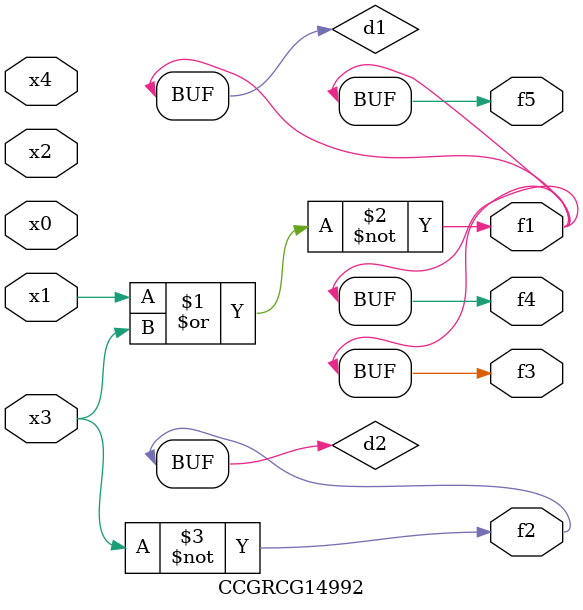
<source format=v>
module CCGRCG14992(
	input x0, x1, x2, x3, x4,
	output f1, f2, f3, f4, f5
);

	wire d1, d2;

	nor (d1, x1, x3);
	not (d2, x3);
	assign f1 = d1;
	assign f2 = d2;
	assign f3 = d1;
	assign f4 = d1;
	assign f5 = d1;
endmodule

</source>
